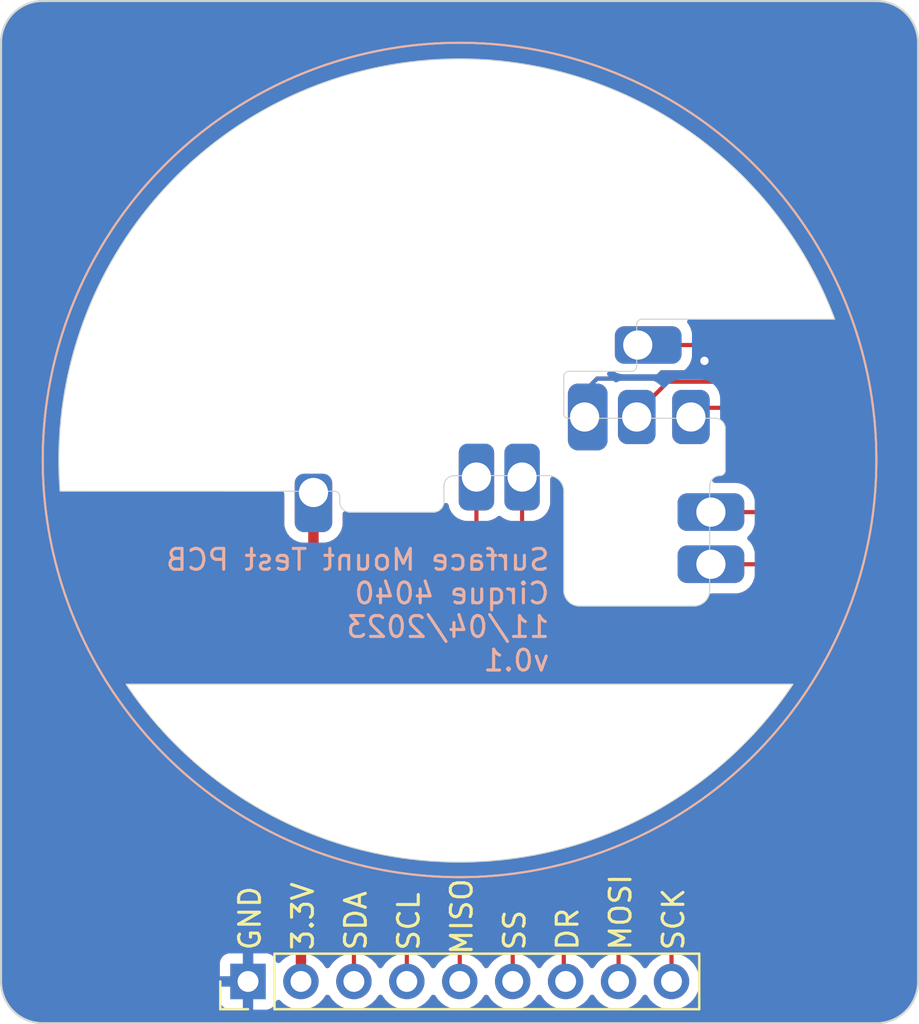
<source format=kicad_pcb>
(kicad_pcb (version 20221018) (generator pcbnew)
  (layers (0 "F.Cu" signal) (31 "B.Cu" signal) (34 "B.Paste" user) (35 "F.Paste" user) (36 "B.SilkS" user "B.Silkscreen") (37 "F.SilkS" user "F.Silkscreen") (38 "B.Mask" user) (39 "F.Mask" user) (44 "Edge.Cuts" user))
  (net 0 "")
  (net 1 "Net-(J1-Pin_2)")
  (net 2 "Net-(J1-Pin_3)")
  (net 3 "Net-(J1-Pin_4)")
  (net 4 "Net-(J1-Pin_5)")
  (net 5 "Net-(J1-Pin_6)")
  (net 6 "Net-(J1-Pin_7)")
  (net 7 "Net-(J1-Pin_8)")
  (net 8 "Net-(J1-Pin_9)")
  (net 9 "GND")
  (footprint "Connector_PinHeader_2.54mm:PinHeader_1x09_P2.54mm_Vertical" (layer "F.Cu") (at 159.85 150 90)
    (fp_text reference "J1" hide)
    (fp_text value "Conn_01x09_Pin" hide)
    (fp_line (start -1.33 -1.33) (end 0 -1.33) (stroke (width 0.12)) (layer "F.SilkS"))
    (fp_line (start -1.33 0) (end -1.33 -1.33) (stroke (width 0.12)) (layer "F.SilkS"))
    (fp_line (start -1.33 1.27) (end -1.33 21.65) (stroke (width 0.12)) (layer "F.SilkS"))
    (fp_line (start -1.33 1.27) (end 1.33 1.27) (stroke (width 0.12)) (layer "F.SilkS"))
    (fp_line (start -1.33 21.65) (end 1.33 21.65) (stroke (width 0.12)) (layer "F.SilkS"))
    (fp_line (start 1.33 1.27) (end 1.33 21.65) (stroke (width 0.12)) (layer "F.SilkS"))
    (pad "1" thru_hole rect (at 0 0 90) (size 1.7 1.7) (drill 1) (layers "*.Cu" "*.Mask") (net 9 "GND"))
    (pad "2" thru_hole oval (at 0 2.54 90) (size 1.7 1.7) (drill 1) (layers "*.Cu" "*.Mask") (net 1 "Net-(J1-Pin_2)"))
    (pad "3" thru_hole oval (at 0 5.08 90) (size 1.7 1.7) (drill 1) (layers "*.Cu" "*.Mask") (net 2 "Net-(J1-Pin_3)"))
    (pad "4" thru_hole oval (at 0 7.62 90) (size 1.7 1.7) (drill 1) (layers "*.Cu" "*.Mask") (net 3 "Net-(J1-Pin_4)"))
    (pad "5" thru_hole oval (at 0 10.16 90) (size 1.7 1.7) (drill 1) (layers "*.Cu" "*.Mask") (net 4 "Net-(J1-Pin_5)"))
    (pad "6" thru_hole oval (at 0 12.7 90) (size 1.7 1.7) (drill 1) (layers "*.Cu" "*.Mask") (net 5 "Net-(J1-Pin_6)"))
    (pad "7" thru_hole oval (at 0 15.24 90) (size 1.7 1.7) (drill 1) (layers "*.Cu" "*.Mask") (net 6 "Net-(J1-Pin_7)"))
    (pad "8" thru_hole oval (at 0 17.78 90) (size 1.7 1.7) (drill 1) (layers "*.Cu" "*.Mask") (net 7 "Net-(J1-Pin_8)"))
    (pad "9" thru_hole oval (at 0 20.32 90) (size 1.7 1.7) (drill 1) (layers "*.Cu" "*.Mask") (net 8 "Net-(J1-Pin_9)"))
  )
  (footprint "cirque4040:cirque4040" (layer "F.Cu") (at 190 105)
    (fp_text reference "U1" hide)
    (fp_text value "~" hide)
    (fp_circle (center -20 20) (end -40 20) (stroke (width 0.1)) (fill none) (layer "B.SilkS"))
    (fp_circle (center -20 20) (end -40 20) (stroke (width 0.1)) (fill none) (layer "F.SilkS"))
    (fp_line (start -26 21.5) (end -39.16591 21.493448) (stroke (width 0.05)) (layer "Edge.Cuts"))
    (fp_line (start -25.75 22) (end -25.75 21.75) (stroke (width 0.05)) (layer "Edge.Cuts"))
    (fp_line (start -21.25 22.5) (end -25.25 22.5) (stroke (width 0.05)) (layer "Edge.Cuts"))
    (fp_line (start -20.75 21.25) (end -20.75 22) (stroke (width 0.05)) (layer "Edge.Cuts"))
    (fp_line (start -20.25 20.75) (end -15.75 20.75) (stroke (width 0.05)) (layer "Edge.Cuts"))
    (fp_line (start -15 16) (end -15 17.8) (stroke (width 0.05)) (layer "Edge.Cuts"))
    (fp_line (start -15 21.5) (end -15 26.25) (stroke (width 0.05)) (layer "Edge.Cuts"))
    (fp_line (start -14.8 18) (end -8 18) (stroke (width 0.05)) (layer "Edge.Cuts"))
    (fp_line (start -14.25 27) (end -12.25 27) (stroke (width 0.05)) (layer "Edge.Cuts"))
    (fp_line (start -11.75 15.75) (end -14.75 15.75) (stroke (width 0.05)) (layer "Edge.Cuts"))
    (fp_line (start -11.5 13.5) (end -11.5 15.5) (stroke (width 0.05)) (layer "Edge.Cuts"))
    (fp_line (start -11.25 13.25) (end -2 13.25) (stroke (width 0.05)) (layer "Edge.Cuts"))
    (fp_line (start -8.75 27) (end -12.25 27) (stroke (width 0.05)) (layer "Edge.Cuts"))
    (fp_line (start -8 18) (end -7.75 18) (stroke (width 0.05)) (layer "Edge.Cuts"))
    (fp_line (start -8 21.25) (end -8 21.25) (stroke (width 0.05)) (layer "Edge.Cuts"))
    (fp_line (start -8 21.25) (end -8 26.25) (stroke (width 0.05)) (layer "Edge.Cuts"))
    (fp_line (start -7.5 20.75) (end -7.5 20.75) (stroke (width 0.05)) (layer "Edge.Cuts"))
    (fp_line (start -7.25 18.5) (end -7.25 20.5) (stroke (width 0.05)) (layer "Edge.Cuts"))
    (fp_line (start -4 30.75) (end -36 30.75) (stroke (width 0.05)) (layer "Edge.Cuts"))
    (fp_arc (start -39.16591 21.493448) (mid -24.162744 1.232103) (end -2 13.25) (stroke (width 0.05)) (layer "Edge.Cuts"))
    (fp_arc (start -26 21.5) (mid -25.823223 21.573223) (end -25.75 21.75) (stroke (width 0.05)) (layer "Edge.Cuts"))
    (fp_arc (start -25.25 22.5) (mid -25.603553 22.353553) (end -25.75 22) (stroke (width 0.05)) (layer "Edge.Cuts"))
    (fp_arc (start -20.75 21.25) (mid -20.603553 20.896447) (end -20.25 20.75) (stroke (width 0.05)) (layer "Edge.Cuts"))
    (fp_arc (start -20.75 22) (mid -20.896447 22.353553) (end -21.25 22.5) (stroke (width 0.05)) (layer "Edge.Cuts"))
    (fp_arc (start -15.75 20.75) (mid -15.21967 20.96967) (end -15 21.5) (stroke (width 0.05)) (layer "Edge.Cuts"))
    (fp_arc (start -15 16) (mid -14.926777 15.823223) (end -14.75 15.75) (stroke (width 0.05)) (layer "Edge.Cuts"))
    (fp_arc (start -14.8 18) (mid -14.941421 17.941421) (end -15 17.8) (stroke (width 0.05)) (layer "Edge.Cuts"))
    (fp_arc (start -14.25 27) (mid -14.78033 26.78033) (end -15 26.25) (stroke (width 0.05)) (layer "Edge.Cuts"))
    (fp_arc (start -11.5 13.5) (mid -11.426777 13.323223) (end -11.25 13.25) (stroke (width 0.05)) (layer "Edge.Cuts"))
    (fp_arc (start -11.5 15.5) (mid -11.573223 15.676777) (end -11.75 15.75) (stroke (width 0.05)) (layer "Edge.Cuts"))
    (fp_arc (start -8 21.25) (mid -7.853553 20.896447) (end -7.5 20.75) (stroke (width 0.05)) (layer "Edge.Cuts"))
    (fp_arc (start -8 26.25) (mid -8.21967 26.78033) (end -8.75 27) (stroke (width 0.05)) (layer "Edge.Cuts"))
    (fp_arc (start -7.75 18) (mid -7.396447 18.146447) (end -7.25 18.5) (stroke (width 0.05)) (layer "Edge.Cuts"))
    (fp_arc (start -7.25 20.5) (mid -7.323223 20.676777) (end -7.5 20.75) (stroke (width 0.05)) (layer "Edge.Cuts"))
    (fp_arc (start -4 30.75) (mid -20 39.275957) (end -36 30.75) (stroke (width 0.05)) (layer "Edge.Cuts"))
    (pad "DR" thru_hole roundrect (at -8.9 17.94 270) (size 2.6 1.8) (drill 1.4) (layers "*.Cu" "*.Mask") (net 6 "Net-(J1-Pin_7)"))
    (pad "GND" thru_hole roundrect (at -14 17.94 270) (size 3.2 1.9) (drill 1.4 (offset 0 -0.15)) (layers "*.Cu" "*.Mask") (net 9 "GND"))
    (pad "SCK" thru_hole roundrect (at -11.45 14.49) (size 3.2 1.8) (drill 1.4 (offset 0.5 0)) (layers "*.Cu" "*.Mask") (net 8 "Net-(J1-Pin_9)"))
    (pad "SCL" thru_hole roundrect (at -17 20.82 270) (size 3.2 1.7) (drill 1.4) (layers "*.Cu" "*.Mask") (net 3 "Net-(J1-Pin_4)"))
    (pad "SDA" thru_hole roundrect (at -19.19 20.82 270) (size 3.2 1.7) (drill 1.4) (layers "*.Cu" "*.Mask") (net 2 "Net-(J1-Pin_3)"))
    (pad "SI" thru_hole roundrect (at -11.5 17.94 270) (size 2.6 1.8) (drill 1.4) (layers "*.Cu" "*.Mask") (net 7 "Net-(J1-Pin_8)"))
    (pad "SO" thru_hole roundrect (at -7.94 25 180) (size 3.2 1.8) (drill 1.4) (layers "*.Cu" "*.Mask") (net 4 "Net-(J1-Pin_5)"))
    (pad "SS" thru_hole roundrect (at -7.94 22.5 180) (size 3.2 1.8) (drill 1.4) (layers "*.Cu" "*.Mask") (net 5 "Net-(J1-Pin_6)"))
    (pad "VCC" thru_hole roundrect (at -27.01 21.56 270) (size 2.8 1.8) (drill 1.4 (offset 0.5 0)) (layers "*.Cu" "*.Mask") (net 1 "Net-(J1-Pin_2)"))
  )
  (gr_arc (start 150 152) (mid 148.585786 151.414214) (end 148 150) (stroke (width 0.1)) (layer "Edge.Cuts"))
  (gr_arc (start 190 103) (mid 191.414214 103.585786) (end 192 105) (stroke (width 0.1)) (layer "Edge.Cuts"))
  (gr_line (start 190 152) (end 150 152) (stroke (width 0.1)) (layer "Edge.Cuts"))
  (gr_arc (start 192 150) (mid 191.414214 151.414214) (end 190 152) (stroke (width 0.1)) (layer "Edge.Cuts"))
  (gr_line (start 192 105) (end 192 150) (stroke (width 0.1)) (layer "Edge.Cuts"))
  (gr_arc (start 148 105) (mid 148.585786 103.585786) (end 150 103) (stroke (width 0.1)) (layer "Edge.Cuts"))
  (gr_line (start 148 150) (end 148 105) (stroke (width 0.1)) (layer "Edge.Cuts"))
  (gr_line (start 150 103) (end 190 103) (stroke (width 0.1)) (layer "Edge.Cuts"))
  (gr_text "Surface Mount Test PCB\nCirque 4040\n11/04/2023\nv0.1" (at 174.4 135.2) (layer "B.SilkS") (effects (font (size 1 1)) (justify left bottom mirror)))
  (gr_text "SS\n" (at 173.228 148.59 90) (layer "F.SilkS") (effects (font (size 1 1)) (justify left bottom)))
  (gr_text "SCK\n" (at 180.848 148.59 90) (layer "F.SilkS") (effects (font (size 1 1)) (justify left bottom)))
  (gr_text "DR\n" (at 175.768 148.59 90) (layer "F.SilkS") (effects (font (size 1 1)) (justify left bottom)))
  (gr_text "MISO\n" (at 170.688 148.8 90) (layer "F.SilkS") (effects (font (size 1 1)) (justify left bottom)))
  (gr_text "MOSI\n" (at 178.308 148.59 90) (layer "F.SilkS") (effects (font (size 1 1)) (justify left bottom)))
  (gr_text "SCL\n" (at 168.148 148.6 90) (layer "F.SilkS") (effects (font (size 1 1)) (justify left bottom)))
  (gr_text "3.3V" (at 163.068 148.59 90) (layer "F.SilkS") (effects (font (size 1 1)) (justify left bottom)))
  (gr_text "GND" (at 160.528 148.59 90) (layer "F.SilkS") (effects (font (size 1 1)) (justify left bottom)))
  (gr_text "SDA\n" (at 165.608 148.59 90) (layer "F.SilkS") (effects (font (size 1 1)) (justify left bottom)))
  (segment (start 162.99 130.01) (end 162 131) (width 0.5) (layer "F.Cu") (net 1))
  (segment (start 151.5 143.5) (end 154 146) (width 0.5) (layer "F.Cu") (net 1))
  (segment (start 162.39 147.39) (end 162.39 150) (width 0.5) (layer "F.Cu") (net 1))
  (segment (start 162 131) (end 153.9 131) (width 0.5) (layer "F.Cu") (net 1))
  (segment (start 154 146) (end 161 146) (width 0.5) (layer "F.Cu") (net 1))
  (segment (start 162.99 126.56) (end 162.99 130.01) (width 0.5) (layer "F.Cu") (net 1))
  (segment (start 161 146) (end 162.39 147.39) (width 0.5) (layer "F.Cu") (net 1))
  (segment (start 151.5 133.4) (end 151.5 143.5) (width 0.5) (layer "F.Cu") (net 1))
  (segment (start 153.9 131) (end 151.5 133.4) (width 0.5) (layer "F.Cu") (net 1))
  (segment (start 170.81 130.19) (end 170.81 125.82) (width 0.2) (layer "F.Cu") (net 2))
  (segment (start 154.3 145.4) (end 152.2 143.3) (width 0.2) (layer "F.Cu") (net 2))
  (segment (start 161.83 145.4) (end 154.3 145.4) (width 0.2) (layer "F.Cu") (net 2))
  (segment (start 152.2 143.3) (end 152.2 133.8) (width 0.2) (layer "F.Cu") (net 2))
  (segment (start 164.93 150) (end 164.93 148.5) (width 0.2) (layer "F.Cu") (net 2))
  (segment (start 164.93 148.5) (end 161.83 145.4) (width 0.2) (layer "F.Cu") (net 2))
  (segment (start 169.25 131.75) (end 170.81 130.19) (width 0.2) (layer "F.Cu") (net 2))
  (segment (start 152.2 133.8) (end 154.25 131.75) (width 0.2) (layer "F.Cu") (net 2))
  (segment (start 154.25 131.75) (end 169.25 131.75) (width 0.2) (layer "F.Cu") (net 2))
  (segment (start 162.3 144.8) (end 164.7 147.2) (width 0.2) (layer "F.Cu") (net 3))
  (segment (start 170 132.25) (end 154.55 132.25) (width 0.2) (layer "F.Cu") (net 3))
  (segment (start 173 125.85) (end 173 129.25) (width 0.2) (layer "F.Cu") (net 3))
  (segment (start 166 147.2) (end 167.47 148.67) (width 0.2) (layer "F.Cu") (net 3))
  (segment (start 152.7 143) (end 154.5 144.8) (width 0.2) (layer "F.Cu") (net 3))
  (segment (start 152.7 134.1) (end 152.7 143) (width 0.2) (layer "F.Cu") (net 3))
  (segment (start 173 129.25) (end 170 132.25) (width 0.2) (layer "F.Cu") (net 3))
  (segment (start 154.55 132.25) (end 152.7 134.1) (width 0.2) (layer "F.Cu") (net 3))
  (segment (start 154.5 144.8) (end 162.3 144.8) (width 0.2) (layer "F.Cu") (net 3))
  (segment (start 164.7 147.2) (end 166 147.2) (width 0.2) (layer "F.Cu") (net 3))
  (segment (start 167.47 148.67) (end 167.47 150) (width 0.2) (layer "F.Cu") (net 3))
  (segment (start 187.4 132.9) (end 187.4 137.1) (width 0.2) (layer "F.Cu") (net 4))
  (segment (start 179 145.5) (end 170.75 145.5) (width 0.2) (layer "F.Cu") (net 4))
  (segment (start 170.01 146.24) (end 170.01 150) (width 0.2) (layer "F.Cu") (net 4))
  (segment (start 187.4 137.1) (end 179 145.5) (width 0.2) (layer "F.Cu") (net 4))
  (segment (start 182.06 130) (end 184.5 130) (width 0.2) (layer "F.Cu") (net 4))
  (segment (start 184.5 130) (end 187.4 132.9) (width 0.2) (layer "F.Cu") (net 4))
  (segment (start 170.75 145.5) (end 170.01 146.24) (width 0.2) (layer "F.Cu") (net 4))
  (segment (start 173.75 146) (end 172.55 147.2) (width 0.2) (layer "F.Cu") (net 5))
  (segment (start 187.8 129.8) (end 187.8 137.45) (width 0.2) (layer "F.Cu") (net 5))
  (segment (start 179.25 146) (end 173.75 146) (width 0.2) (layer "F.Cu") (net 5))
  (segment (start 182.1 127.5) (end 185.5 127.5) (width 0.2) (layer "F.Cu") (net 5))
  (segment (start 187.8 137.45) (end 179.25 146) (width 0.2) (layer "F.Cu") (net 5))
  (segment (start 172.55 147.2) (end 172.55 150) (width 0.2) (layer "F.Cu") (net 5))
  (segment (start 185.5 127.5) (end 187.8 129.8) (width 0.2) (layer "F.Cu") (net 5))
  (segment (start 188.2 126.95) (end 183.75 122.5) (width 0.2) (layer "F.Cu") (net 6))
  (segment (start 175 149.91) (end 175 147.25) (width 0.2) (layer "F.Cu") (net 6))
  (segment (start 179.5 146.5) (end 188.2 137.8) (width 0.2) (layer "F.Cu") (net 6))
  (segment (start 175.75 146.5) (end 179.5 146.5) (width 0.2) (layer "F.Cu") (net 6))
  (segment (start 183.75 122.5) (end 181.5 122.5) (width 0.2) (layer "F.Cu") (net 6))
  (segment (start 181.5 122.5) (end 181.1 122.9) (width 0.2) (layer "F.Cu") (net 6))
  (segment (start 175 147.25) (end 175.75 146.5) (width 0.2) (layer "F.Cu") (net 6))
  (segment (start 188.2 137.8) (end 188.2 126.95) (width 0.2) (layer "F.Cu") (net 6))
  (segment (start 175.09 150) (end 175 149.91) (width 0.2) (layer "F.Cu") (net 6))
  (segment (start 188.6 126.6) (end 183.25 121.25) (width 0.2) (layer "F.Cu") (net 7))
  (segment (start 179.75 147) (end 188.6 138.15) (width 0.2) (layer "F.Cu") (net 7))
  (segment (start 183.25 121.25) (end 180 121.25) (width 0.2) (layer "F.Cu") (net 7))
  (segment (start 188.6 138.15) (end 188.6 126.6) (width 0.2) (layer "F.Cu") (net 7))
  (segment (start 178.25 147) (end 179.75 147) (width 0.2) (layer "F.Cu") (net 7))
  (segment (start 180 121.25) (end 178.5 122.75) (width 0.2) (layer "F.Cu") (net 7))
  (segment (start 177.63 147.62) (end 178.25 147) (width 0.2) (layer "F.Cu") (net 7))
  (segment (start 177.63 150) (end 177.63 147.62) (width 0.2) (layer "F.Cu") (net 7))
  (segment (start 178.5 122.75) (end 178.5 122.9) (width 0.2) (layer "F.Cu") (net 7))
  (segment (start 182.49 119.49) (end 189 126) (width 0.2) (layer "F.Cu") (net 8))
  (segment (start 189 138.5) (end 180.17 147.33) (width 0.2) (layer "F.Cu") (net 8))
  (segment (start 178.55 119.49) (end 182.49 119.49) (width 0.2) (layer "F.Cu") (net 8))
  (segment (start 189 126) (end 189 138.5) (width 0.2) (layer "F.Cu") (net 8))
  (segment (start 180.17 147.33) (end 180.17 150) (width 0.2) (layer "F.Cu") (net 8))
  (segment (start 176.6 121.1) (end 179.4 121.1) (width 0.2) (layer "F.Cu") (net 9))
  (segment (start 176 122.94) (end 176 121.7) (width 0.2) (layer "F.Cu") (net 9))
  (segment (start 179.7 120.8) (end 181.2 120.8) (width 0.2) (layer "F.Cu") (net 9))
  (segment (start 179.4 121.1) (end 179.7 120.8) (width 0.2) (layer "F.Cu") (net 9))
  (segment (start 181.2 120.8) (end 181.75 120.25) (width 0.2) (layer "F.Cu") (net 9))
  (segment (start 176 121.7) (end 176.6 121.1) (width 0.2) (layer "F.Cu") (net 9))
  (via (at 181.75 120.25) (size 0.8) (drill 0.4) (layers "F.Cu" "B.Cu") (net 9))
  (segment (start 179.4 121.1) (end 176.6 121.1) (width 0.2) (layer "B.Cu") (net 9))
  (segment (start 160.75 147.25) (end 185.5 147.25) (width 0.5) (layer "B.Cu") (net 9))
  (segment (start 188.25 123) (end 185.5 120.25) (width 0.5) (layer "B.Cu") (net 9))
  (segment (start 159.85 148.15) (end 160.75 147.25) (width 0.5) (layer "B.Cu") (net 9))
  (segment (start 185.5 120.25) (end 181.75 120.25) (width 0.5) (layer "B.Cu") (net 9))
  (segment (start 176 121.7) (end 176 122.9) (width 0.2) (layer "B.Cu") (net 9))
  (segment (start 179.7 120.8) (end 179.4 121.1) (width 0.2) (layer "B.Cu") (net 9))
  (segment (start 159.85 150) (end 159.85 148.15) (width 0.5) (layer "B.Cu") (net 9))
  (segment (start 185.5 147.25) (end 188.25 144.5) (width 0.5) (layer "B.Cu") (net 9))
  (segment (start 181.75 120.25) (end 181.2 120.8) (width 0.2) (layer "B.Cu") (net 9))
  (segment (start 176.6 121.1) (end 176 121.7) (width 0.2) (layer "B.Cu") (net 9))
  (segment (start 188.25 144.5) (end 188.25 123) (width 0.5) (layer "B.Cu") (net 9))
  (segment (start 181.2 120.8) (end 179.7 120.8) (width 0.2) (layer "B.Cu") (net 9))
  (zone (net 0) (net_name "") (layer "F.Cu") (priority 1) (connect_pads (clearance 0.5)) (min_thickness 0.25) (fill yes (thermal_gap 0.5) (thermal_bridge_width 0.5) (island_removal_mode 1) (island_area_min 10))
    (polygon (pts (xy 148 103) (xy 192 103) (xy 192 152) (xy 148 152)))
  )
  (zone (net 9) (net_name "GND") (layer "B.Cu") (connect_pads (clearance 0.5)) (min_thickness 0.25) (fill yes (thermal_gap 0.5) (thermal_bridge_width 0.5) (island_removal_mode 1) (island_area_min 10))
    (polygon (pts (xy 148 103) (xy 192 103) (xy 192 152) (xy 148 152)))
  )
)
</source>
